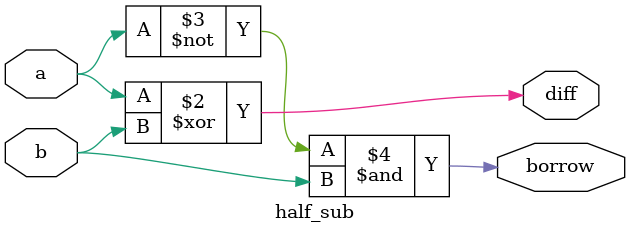
<source format=v>
module half_sub(input a,b,output reg diff,borrow);
  always@(*) begin
    diff = a^b;
    borrow = ~a&b;
  end
endmodule

</source>
